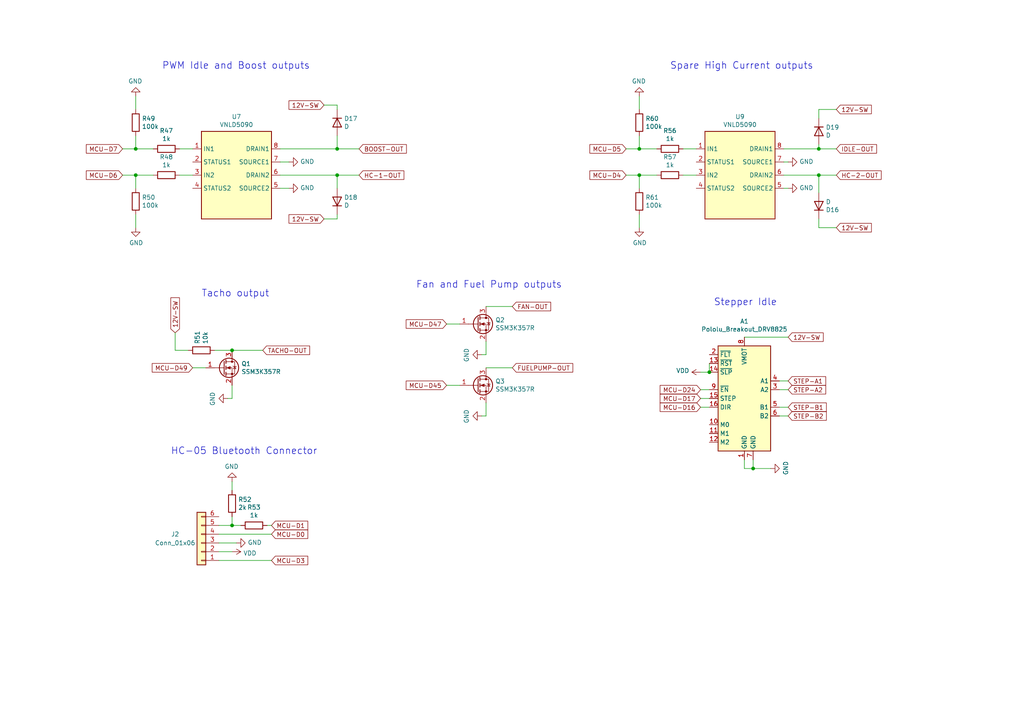
<source format=kicad_sch>
(kicad_sch (version 20210621) (generator eeschema)
  (paper "A4")
  (lib_symbols
    (symbol "Connector_Generic:Conn_01x06" (pin_names (offset 1.016) hide)
      (property "Reference" "J" (at 0 7.62 0))
      (property "Value" "Conn_01x06" (at 0 -10.16 0))
      (symbol "Conn_01x06_1_1"
        (rectangle (start -1.27 -7.493) (end 0 -7.747) (stroke (width 0.1524)))
        (rectangle (start -1.27 -4.953) (end 0 -5.207) (stroke (width 0.1524)))
        (rectangle (start -1.27 -2.413) (end 0 -2.667) (stroke (width 0.1524)))
        (rectangle (start -1.27 0.127) (end 0 -0.127) (stroke (width 0.1524)))
        (rectangle (start -1.27 2.667) (end 0 2.413) (stroke (width 0.1524)))
        (rectangle (start -1.27 5.207) (end 0 4.953) (stroke (width 0.1524)))
        (rectangle (start -1.27 6.35) (end 1.27 -8.89) (stroke (width 0.254)) (fill (type background)))
        (pin passive line (at -5.08 5.08 0) (length 3.81) (name "Pin_1") (number "1"))
        (pin passive line (at -5.08 2.54 0) (length 3.81) (name "Pin_2") (number "2"))
        (pin passive line (at -5.08 0 0) (length 3.81) (name "Pin_3") (number "3"))
        (pin passive line (at -5.08 -2.54 0) (length 3.81) (name "Pin_4") (number "4"))
        (pin passive line (at -5.08 -5.08 0) (length 3.81) (name "Pin_5") (number "5"))
        (pin passive line (at -5.08 -7.62 0) (length 3.81) (name "Pin_6") (number "6"))
      )
    )
    (symbol "Device:D" (pin_numbers hide) (pin_names (offset 1.016) hide)
      (property "Reference" "D" (at 0 2.54 0))
      (property "Value" "D" (at 0 -2.54 0))
      (symbol "D_0_1"
        (polyline (pts (xy -1.27 1.27) (xy -1.27 -1.27)) (stroke (width 0.254)))
        (polyline (pts (xy 1.27 0) (xy -1.27 0)))
        (polyline (pts (xy 1.27 1.27) (xy 1.27 -1.27) (xy -1.27 0) (xy 1.27 1.27)) (stroke (width 0.254)))
      )
      (symbol "D_1_1"
        (pin passive line (at -3.81 0 0) (length 2.54) (name "K") (number "1"))
        (pin passive line (at 3.81 0 180) (length 2.54) (name "A") (number "2"))
      )
    )
    (symbol "Device:R" (pin_numbers hide) (pin_names (offset 0))
      (property "Reference" "R" (at 2.032 0 90))
      (property "Value" "R" (at 0 0 90))
      (symbol "R_0_1"
        (rectangle (start -1.016 -2.54) (end 1.016 2.54) (stroke (width 0.254)))
      )
      (symbol "R_1_1"
        (pin passive line (at 0 3.81 270) (length 1.27) (name "~") (number "1"))
        (pin passive line (at 0 -3.81 90) (length 1.27) (name "~") (number "2"))
      )
    )
    (symbol "Driver_Motor:Pololu_Breakout_DRV8825"
      (property "Reference" "A" (at -2.54 16.51 0))
      (property "Value" "Pololu_Breakout_DRV8825" (at -2.54 13.97 0))
      (symbol "Pololu_Breakout_DRV8825_0_1"
        (rectangle (start 7.62 -17.78) (end -7.62 12.7) (stroke (width 0.254)) (fill (type background)))
      )
      (symbol "Pololu_Breakout_DRV8825_1_1"
        (pin power_in line (at 0 -20.32 90) (length 2.54) (name "GND") (number "1"))
        (pin input line (at -10.16 -10.16 0) (length 2.54) (name "M0") (number "10"))
        (pin input line (at -10.16 -12.7 0) (length 2.54) (name "M1") (number "11"))
        (pin input line (at -10.16 -15.24 0) (length 2.54) (name "M2") (number "12"))
        (pin input line (at -10.16 7.62 0) (length 2.54) (name "~{RST}") (number "13"))
        (pin input line (at -10.16 5.08 0) (length 2.54) (name "~{SLP}") (number "14"))
        (pin input line (at -10.16 -2.54 0) (length 2.54) (name "STEP") (number "15"))
        (pin input line (at -10.16 -5.08 0) (length 2.54) (name "DIR") (number "16"))
        (pin output line (at -10.16 10.16 0) (length 2.54) (name "~{FLT}") (number "2"))
        (pin output line (at 10.16 0 180) (length 2.54) (name "A2") (number "3"))
        (pin output line (at 10.16 2.54 180) (length 2.54) (name "A1") (number "4"))
        (pin output line (at 10.16 -5.08 180) (length 2.54) (name "B1") (number "5"))
        (pin output line (at 10.16 -7.62 180) (length 2.54) (name "B2") (number "6"))
        (pin power_in line (at 2.54 -20.32 90) (length 2.54) (name "GND") (number "7"))
        (pin power_in line (at 0 15.24 270) (length 2.54) (name "VMOT") (number "8"))
        (pin input line (at -10.16 0 0) (length 2.54) (name "~{EN}") (number "9"))
      )
    )
    (symbol "IC_Automotive:VNLD5090"
      (property "Reference" "U" (at -7.62 11.43 0))
      (property "Value" "IC_Automotive_VNLD5090" (at 12.7 11.43 0))
      (symbol "VNLD5090_0_1"
        (rectangle (start -7.62 -15.24) (end 12.7 10.16) (stroke (width 0.254)) (fill (type background)))
      )
      (symbol "VNLD5090_1_1"
        (pin input line (at -10.16 5.08 0) (length 2.54) (name "IN1") (number "1"))
        (pin output line (at -10.16 1.27 0) (length 2.54) (name "STATUS1") (number "2"))
        (pin input line (at -10.16 -2.54 0) (length 2.54) (name "IN2") (number "3"))
        (pin output line (at -10.16 -6.35 0) (length 2.54) (name "STATUS2") (number "4"))
        (pin input line (at 15.24 -6.35 180) (length 2.54) (name "SOURCE2") (number "5"))
        (pin output line (at 15.24 -2.54 180) (length 2.54) (name "DRAIN2") (number "6"))
        (pin input line (at 15.24 1.27 180) (length 2.54) (name "SOURCE1") (number "7"))
        (pin output line (at 15.24 5.08 180) (length 2.54) (name "DRAIN1") (number "8"))
      )
    )
    (symbol "Transistor_FET:2N7002" (pin_names hide)
      (property "Reference" "Q" (at 5.08 1.905 0))
      (property "Value" "2N7002" (at 5.08 0 0))
      (symbol "2N7002_0_1"
        (polyline (pts (xy 0.254 0) (xy -2.54 0)))
        (polyline (pts (xy 0.254 1.905) (xy 0.254 -1.905)) (stroke (width 0.254)))
        (polyline (pts (xy 0.762 -1.27) (xy 0.762 -2.286)) (stroke (width 0.254)))
        (polyline (pts (xy 0.762 0.508) (xy 0.762 -0.508)) (stroke (width 0.254)))
        (polyline (pts (xy 0.762 2.286) (xy 0.762 1.27)) (stroke (width 0.254)))
        (polyline (pts (xy 2.54 2.54) (xy 2.54 1.778)))
        (polyline (pts (xy 2.54 -2.54) (xy 2.54 0) (xy 0.762 0)))
        (polyline (pts (xy 0.762 -1.778) (xy 3.302 -1.778) (xy 3.302 1.778) (xy 0.762 1.778)))
        (polyline (pts (xy 1.016 0) (xy 2.032 0.381) (xy 2.032 -0.381) (xy 1.016 0)) (fill (type outline)))
        (polyline (pts (xy 2.794 0.508) (xy 2.921 0.381) (xy 3.683 0.381) (xy 3.81 0.254)))
        (polyline (pts (xy 3.302 0.381) (xy 2.921 -0.254) (xy 3.683 -0.254) (xy 3.302 0.381)))
        (circle (center 1.651 0) (radius 2.794) (stroke (width 0.254)))
        (circle (center 2.54 -1.778) (radius 0.254) (fill (type outline)))
        (circle (center 2.54 1.778) (radius 0.254) (fill (type outline)))
      )
      (symbol "2N7002_1_1"
        (pin input line (at -5.08 0 0) (length 2.54) (name "G") (number "1"))
        (pin passive line (at 2.54 -5.08 90) (length 2.54) (name "S") (number "2"))
        (pin passive line (at 2.54 5.08 270) (length 2.54) (name "D") (number "3"))
      )
    )
    (symbol "power:GND" (power) (pin_names (offset 0))
      (property "Value" "GND" (at 0 -3.81 0))
      (symbol "GND_0_1"
        (polyline (pts (xy 0 0) (xy 0 -1.27) (xy 1.27 -1.27) (xy 0 -2.54) (xy -1.27 -1.27) (xy 0 -1.27)))
      )
      (symbol "GND_1_1"
        (pin power_in line (at 0 0 270) (length 0) hide (name "GND") (number "1"))
      )
    )
    (symbol "power:VDD" (power) (pin_names (offset 0))
      (property "Value" "VDD" (at 0 3.81 0))
      (symbol "VDD_0_1"
        (polyline (pts (xy -0.762 1.27) (xy 0 2.54)))
        (polyline (pts (xy 0 0) (xy 0 2.54)))
        (polyline (pts (xy 0 2.54) (xy 0.762 1.27)))
      )
      (symbol "VDD_1_1"
        (pin power_in line (at 0 0 90) (length 0) hide (name "VDD") (number "1"))
      )
    )
  )
  (junction (at 97.79 50.8))
  (junction (at 39.37 50.8))
  (junction (at 39.37 43.18))
  (junction (at 218.44 135.89))
  (junction (at 97.79 43.18))
  (junction (at 205.74 107.95))
  (junction (at 185.42 50.8))
  (junction (at 185.42 43.18))
  (junction (at 67.31 101.6))
  (junction (at 237.49 50.8))
  (junction (at 67.31 152.4))
  (junction (at 237.49 43.18))
  (wire (pts (xy 198.12 50.8) (xy 201.93 50.8)))
  (wire (pts (xy 52.07 43.18) (xy 55.88 43.18)))
  (wire (pts (xy 93.98 30.48) (xy 97.79 30.48)))
  (wire (pts (xy 39.37 31.75) (xy 39.37 27.94)))
  (wire (pts (xy 185.42 62.23) (xy 185.42 66.04)))
  (wire (pts (xy 50.8 101.6) (xy 54.61 101.6)))
  (wire (pts (xy 205.74 115.57) (xy 203.2 115.57)))
  (wire (pts (xy 185.42 31.75) (xy 185.42 27.94)))
  (wire (pts (xy 203.2 113.03) (xy 205.74 113.03)))
  (wire (pts (xy 185.42 39.37) (xy 185.42 43.18)))
  (wire (pts (xy 181.61 43.18) (xy 185.42 43.18)))
  (wire (pts (xy 140.97 106.68) (xy 148.59 106.68)))
  (wire (pts (xy 97.79 62.23) (xy 97.79 63.5)))
  (wire (pts (xy 215.9 97.79) (xy 228.6 97.79)))
  (wire (pts (xy 237.49 31.75) (xy 237.49 34.29)))
  (wire (pts (xy 50.8 96.52) (xy 50.8 101.6)))
  (wire (pts (xy 67.31 160.02) (xy 63.5 160.02)))
  (wire (pts (xy 190.5 43.18) (xy 185.42 43.18)))
  (wire (pts (xy 227.33 50.8) (xy 237.49 50.8)))
  (wire (pts (xy 237.49 66.04) (xy 242.57 66.04)))
  (wire (pts (xy 67.31 101.6) (xy 76.2 101.6)))
  (wire (pts (xy 97.79 50.8) (xy 104.14 50.8)))
  (wire (pts (xy 237.49 50.8) (xy 237.49 55.88)))
  (wire (pts (xy 39.37 62.23) (xy 39.37 66.04)))
  (wire (pts (xy 129.54 93.98) (xy 133.35 93.98)))
  (wire (pts (xy 237.49 43.18) (xy 242.57 43.18)))
  (wire (pts (xy 140.97 120.65) (xy 139.7 120.65)))
  (wire (pts (xy 140.97 99.06) (xy 140.97 102.87)))
  (wire (pts (xy 181.61 50.8) (xy 185.42 50.8)))
  (wire (pts (xy 228.6 120.65) (xy 226.06 120.65)))
  (wire (pts (xy 81.28 50.8) (xy 97.79 50.8)))
  (wire (pts (xy 140.97 116.84) (xy 140.97 120.65)))
  (wire (pts (xy 227.33 46.99) (xy 228.6 46.99)))
  (wire (pts (xy 129.54 111.76) (xy 133.35 111.76)))
  (wire (pts (xy 205.74 107.95) (xy 205.74 105.41)))
  (wire (pts (xy 44.45 43.18) (xy 39.37 43.18)))
  (wire (pts (xy 67.31 139.7) (xy 67.31 142.24)))
  (wire (pts (xy 78.74 154.94) (xy 63.5 154.94)))
  (wire (pts (xy 68.58 157.48) (xy 63.5 157.48)))
  (wire (pts (xy 227.33 43.18) (xy 237.49 43.18)))
  (wire (pts (xy 228.6 54.61) (xy 227.33 54.61)))
  (wire (pts (xy 237.49 41.91) (xy 237.49 43.18)))
  (wire (pts (xy 39.37 50.8) (xy 44.45 50.8)))
  (wire (pts (xy 67.31 152.4) (xy 69.85 152.4)))
  (wire (pts (xy 67.31 115.57) (xy 66.04 115.57)))
  (wire (pts (xy 67.31 149.86) (xy 67.31 152.4)))
  (wire (pts (xy 62.23 101.6) (xy 67.31 101.6)))
  (wire (pts (xy 223.52 135.89) (xy 218.44 135.89)))
  (wire (pts (xy 218.44 135.89) (xy 215.9 135.89)))
  (wire (pts (xy 237.49 31.75) (xy 242.57 31.75)))
  (wire (pts (xy 52.07 50.8) (xy 55.88 50.8)))
  (wire (pts (xy 140.97 88.9) (xy 148.59 88.9)))
  (wire (pts (xy 198.12 43.18) (xy 201.93 43.18)))
  (wire (pts (xy 97.79 30.48) (xy 97.79 31.75)))
  (wire (pts (xy 67.31 111.76) (xy 67.31 115.57)))
  (wire (pts (xy 203.2 107.95) (xy 205.74 107.95)))
  (wire (pts (xy 35.56 43.18) (xy 39.37 43.18)))
  (wire (pts (xy 39.37 39.37) (xy 39.37 43.18)))
  (wire (pts (xy 203.2 118.11) (xy 205.74 118.11)))
  (wire (pts (xy 185.42 54.61) (xy 185.42 50.8)))
  (wire (pts (xy 228.6 113.03) (xy 226.06 113.03)))
  (wire (pts (xy 55.88 106.68) (xy 59.69 106.68)))
  (wire (pts (xy 97.79 50.8) (xy 97.79 54.61)))
  (wire (pts (xy 226.06 110.49) (xy 228.6 110.49)))
  (wire (pts (xy 140.97 102.87) (xy 139.7 102.87)))
  (wire (pts (xy 81.28 46.99) (xy 83.82 46.99)))
  (wire (pts (xy 104.14 43.18) (xy 97.79 43.18)))
  (wire (pts (xy 215.9 135.89) (xy 215.9 133.35)))
  (wire (pts (xy 97.79 39.37) (xy 97.79 43.18)))
  (wire (pts (xy 63.5 152.4) (xy 67.31 152.4)))
  (wire (pts (xy 237.49 66.04) (xy 237.49 63.5)))
  (wire (pts (xy 185.42 50.8) (xy 190.5 50.8)))
  (wire (pts (xy 77.47 152.4) (xy 78.74 152.4)))
  (wire (pts (xy 83.82 54.61) (xy 81.28 54.61)))
  (wire (pts (xy 226.06 118.11) (xy 228.6 118.11)))
  (wire (pts (xy 97.79 63.5) (xy 93.98 63.5)))
  (wire (pts (xy 63.5 162.56) (xy 78.74 162.56)))
  (wire (pts (xy 218.44 133.35) (xy 218.44 135.89)))
  (wire (pts (xy 35.56 50.8) (xy 39.37 50.8)))
  (wire (pts (xy 237.49 50.8) (xy 242.57 50.8)))
  (wire (pts (xy 39.37 54.61) (xy 39.37 50.8)))
  (wire (pts (xy 97.79 43.18) (xy 81.28 43.18)))
  (text "Stepper Idle" (at 207.01 88.9 0) (effects (font (size 1.9812 1.9812)) (justify left bottom)))
  (text "Fan and Fuel Pump outputs" (at 120.65 83.82 0) (effects (font (size 1.9812 1.9812)) (justify left bottom)))
  (text "HC-05 Bluetooth Connector" (at 49.53 132.08 0) (effects (font (size 1.9812 1.9812)) (justify left bottom)))
  (text "PWM Idle and Boost outputs" (at 46.99 20.32 0) (effects (font (size 1.9812 1.9812)) (justify left bottom)))
  (text "Spare High Current outputs" (at 194.31 20.32 0) (effects (font (size 1.9812 1.9812)) (justify left bottom)))
  (text "Tacho output" (at 58.42 86.36 0) (effects (font (size 1.9812 1.9812)) (justify left bottom)))
  (global_label "MCU-D0" (shape input) (at 78.74 154.94 0) (property "Intersheet References" "${INTERSHEET_REFS}" (effects hide)))
  (global_label "TACHO-OUT" (shape input) (at 76.2 101.6 0) (property "Intersheet References" "${INTERSHEET_REFS}" (effects hide)))
  (global_label "MCU-D47" (shape input) (at 129.54 93.98 180) (property "Intersheet References" "${INTERSHEET_REFS}" (effects hide)))
  (global_label "IDLE-OUT" (shape input) (at 242.57 43.18 0) (property "Intersheet References" "${INTERSHEET_REFS}" (effects hide)))
  (global_label "MCU-D4" (shape input) (at 181.61 50.8 180) (property "Intersheet References" "${INTERSHEET_REFS}" (effects hide)))
  (global_label "HC-2-OUT" (shape input) (at 242.57 50.8 0) (property "Intersheet References" "${INTERSHEET_REFS}" (effects hide)))
  (global_label "FUELPUMP-OUT" (shape input) (at 148.59 106.68 0) (property "Intersheet References" "${INTERSHEET_REFS}" (effects hide)))
  (global_label "12V-SW" (shape input) (at 242.57 31.75 0) (property "Intersheet References" "${INTERSHEET_REFS}" (effects hide)))
  (global_label "MCU-D17" (shape input) (at 203.2 115.57 180) (property "Intersheet References" "${INTERSHEET_REFS}" (effects hide)))
  (global_label "MCU-D45" (shape input) (at 129.54 111.76 180) (property "Intersheet References" "${INTERSHEET_REFS}" (effects hide)))
  (global_label "FAN-OUT" (shape input) (at 148.59 88.9 0) (property "Intersheet References" "${INTERSHEET_REFS}" (effects hide)))
  (global_label "MCU-D49" (shape input) (at 55.88 106.68 180) (property "Intersheet References" "${INTERSHEET_REFS}" (effects hide)))
  (global_label "STEP-A1" (shape input) (at 228.6 110.49 0) (property "Intersheet References" "${INTERSHEET_REFS}" (effects hide)))
  (global_label "STEP-A2" (shape input) (at 228.6 113.03 0) (property "Intersheet References" "${INTERSHEET_REFS}" (effects hide)))
  (global_label "BOOST-OUT" (shape input) (at 104.14 43.18 0) (property "Intersheet References" "${INTERSHEET_REFS}" (effects hide)))
  (global_label "12V-SW" (shape input) (at 93.98 30.48 180) (property "Intersheet References" "${INTERSHEET_REFS}" (effects hide)))
  (global_label "MCU-D7" (shape input) (at 35.56 43.18 180) (property "Intersheet References" "${INTERSHEET_REFS}" (effects hide)))
  (global_label "12V-SW" (shape input) (at 50.8 96.52 90) (property "Intersheet References" "${INTERSHEET_REFS}" (effects hide)))
  (global_label "STEP-B2" (shape input) (at 228.6 120.65 0) (property "Intersheet References" "${INTERSHEET_REFS}" (effects hide)))
  (global_label "MCU-D1" (shape input) (at 78.74 152.4 0) (property "Intersheet References" "${INTERSHEET_REFS}" (effects hide)))
  (global_label "MCU-D16" (shape input) (at 203.2 118.11 180) (property "Intersheet References" "${INTERSHEET_REFS}" (effects hide)))
  (global_label "MCU-D5" (shape input) (at 181.61 43.18 180) (property "Intersheet References" "${INTERSHEET_REFS}" (effects hide)))
  (global_label "12V-SW" (shape input) (at 93.98 63.5 180) (property "Intersheet References" "${INTERSHEET_REFS}" (effects hide)))
  (global_label "12V-SW" (shape input) (at 228.6 97.79 0) (property "Intersheet References" "${INTERSHEET_REFS}" (effects hide)))
  (global_label "MCU-D3" (shape input) (at 78.74 162.56 0) (property "Intersheet References" "${INTERSHEET_REFS}" (effects hide)))
  (global_label "STEP-B1" (shape input) (at 228.6 118.11 0) (property "Intersheet References" "${INTERSHEET_REFS}" (effects hide)))
  (global_label "12V-SW" (shape input) (at 242.57 66.04 0) (property "Intersheet References" "${INTERSHEET_REFS}" (effects hide)))
  (global_label "MCU-D24" (shape input) (at 203.2 113.03 180) (property "Intersheet References" "${INTERSHEET_REFS}" (effects hide)))
  (global_label "MCU-D6" (shape input) (at 35.56 50.8 180) (property "Intersheet References" "${INTERSHEET_REFS}" (effects hide)))
  (global_label "HC-1-OUT" (shape input) (at 104.14 50.8 0) (property "Intersheet References" "${INTERSHEET_REFS}" (effects hide)))
  (symbol (lib_id "Device:D") (at 237.49 38.1 270) (unit 1)
    (property "Reference" "D19" (at 239.4966 36.9316 90) (effects (justify left)))
    (property "Value" "D" (at 239.4966 39.243 90) (effects (justify left)))
    (property "Footprint" "Diode_SMD:D_SOD-323" (effects hide))
    (property "Digikey Part Number" "1N4448WXTPMSCT-ND" (effects hide))
    (property "Manufacturer_Name" "MCC" (effects hide))
    (property "Manufacturer_Part_Number" "1N4448WX-TP" (effects hide))
    (property "URL" "https://www.digikey.com/product-detail/en/micro-commercial-co/1N4448WX-TP/1N4448WXTPMSCT-ND/789338" (effects hide))
  )
  (symbol (lib_id "IC_Automotive:VNLD5090") (at 66.04 48.26 0) (unit 1)
    (property "Reference" "U7" (at 68.58 33.8582 0))
    (property "Value" "VNLD5090" (at 68.58 36.1696 0))
    (property "Footprint" "Package_SO:SOIC-8_3.9x4.9mm_P1.27mm" (effects hide))
    (property "Datasheet" "https://www.st.com/resource/en/datasheet/vnld5090-e.pdf" (effects hide))
    (property "Manufacturer_Name" "STMicro" (effects hide))
    (property "Manufacturer_Part_Number" "VNLD5090-E" (effects hide))
    (property "URL" "https://www.digikey.com.au/products/en?keywords=VNLD5090-E" (effects hide))
    (property "Digikey Part Number" "497-18682-ND" (effects hide))
  )
  (symbol (lib_id "Device:R") (at 48.26 43.18 270) (unit 1)
    (property "Reference" "R47" (at 48.26 37.9222 90))
    (property "Value" "1k" (at 48.26 40.2336 90))
    (property "Footprint" "Resistor_SMD:R_0805_2012Metric" (effects hide))
    (property "Digikey Part Number" "311-1.00KCRCT-ND" (effects hide))
    (property "Manufacturer_Name" "Yageo" (effects hide))
    (property "Manufacturer_Part_Number" "RC0805FR-071KL" (effects hide))
    (property "URL" "https://www.digikey.com/product-detail/en/yageo/RC0805FR-071KL/311-1.00KCRCT-ND/730391" (effects hide))
  )
  (symbol (lib_id "Device:R") (at 48.26 50.8 270) (unit 1)
    (property "Reference" "R48" (at 48.26 45.5422 90))
    (property "Value" "1k" (at 48.26 47.8536 90))
    (property "Footprint" "Resistor_SMD:R_0805_2012Metric" (effects hide))
    (property "Digikey Part Number" "311-1.00KCRCT-ND" (effects hide))
    (property "Manufacturer_Name" "Yageo" (effects hide))
    (property "Manufacturer_Part_Number" "RC0805FR-071KL" (effects hide))
    (property "URL" "https://www.digikey.com/product-detail/en/yageo/RC0805FR-071KL/311-1.00KCRCT-ND/730391" (effects hide))
  )
  (symbol (lib_id "Device:R") (at 39.37 58.42 180) (unit 1)
    (property "Reference" "R50" (at 41.148 57.2516 0) (effects (justify right)))
    (property "Value" "100k" (at 41.148 59.563 0) (effects (justify right)))
    (property "Footprint" "Resistor_SMD:R_0805_2012Metric" (effects hide))
    (property "Digikey Part Number" "311-100KCRCT-ND" (effects hide))
    (property "Manufacturer_Name" "Yageo" (effects hide))
    (property "Manufacturer_Part_Number" "RC0805FR-07100KL" (effects hide))
    (property "URL" "https://www.digikey.com/product-detail/en/yageo/RC0805FR-07100KL/311-100KCRCT-ND/730491" (effects hide))
  )
  (symbol (lib_id "Device:R") (at 39.37 35.56 180) (unit 1)
    (property "Reference" "R49" (at 41.148 34.3916 0) (effects (justify right)))
    (property "Value" "100k" (at 41.148 36.703 0) (effects (justify right)))
    (property "Footprint" "Resistor_SMD:R_0805_2012Metric" (effects hide))
    (property "Digikey Part Number" "311-100KCRCT-ND" (effects hide))
    (property "Manufacturer_Name" "Yageo" (effects hide))
    (property "Manufacturer_Part_Number" "RC0805FR-07100KL" (effects hide))
    (property "URL" "https://www.digikey.com/product-detail/en/yageo/RC0805FR-07100KL/311-100KCRCT-ND/730491" (effects hide))
  )
  (symbol (lib_id "power:GND") (at 39.37 27.94 180) (unit 1)
    (property "Reference" "#PWR056" (effects hide))
    (property "Value" "GND" (at 39.243 23.5458 0))
  )
  (symbol (lib_id "power:GND") (at 39.37 66.04 0) (unit 1)
    (property "Reference" "#PWR057" (effects hide))
    (property "Value" "GND" (at 39.497 70.4342 0))
  )
  (symbol (lib_id "power:GND") (at 83.82 46.99 90) (unit 1)
    (property "Reference" "#PWR058" (effects hide))
    (property "Value" "GND" (at 87.0712 46.863 90) (effects (justify right)))
  )
  (symbol (lib_id "power:GND") (at 83.82 54.61 90) (unit 1)
    (property "Reference" "#PWR059" (effects hide))
    (property "Value" "GND" (at 87.0712 54.483 90) (effects (justify right)))
  )
  (symbol (lib_id "IC_Automotive:VNLD5090") (at 212.09 48.26 0) (unit 1)
    (property "Reference" "U9" (at 214.63 33.8582 0))
    (property "Value" "VNLD5090" (at 214.63 36.1696 0))
    (property "Footprint" "Package_SO:SOIC-8_3.9x4.9mm_P1.27mm" (effects hide))
    (property "Datasheet" "https://www.st.com/resource/en/datasheet/vnld5090-e.pdf" (effects hide))
    (property "Manufacturer_Name" "STMicro" (effects hide))
    (property "Manufacturer_Part_Number" "VNLD5090-E" (effects hide))
    (property "URL" "https://www.digikey.com.au/products/en?keywords=VNLD5090-E" (effects hide))
    (property "Digikey Part Number" "497-18682-ND" (effects hide))
  )
  (symbol (lib_id "Device:R") (at 194.31 43.18 270) (unit 1)
    (property "Reference" "R56" (at 194.31 37.9222 90))
    (property "Value" "1k" (at 194.31 40.2336 90))
    (property "Footprint" "Resistor_SMD:R_0805_2012Metric" (effects hide))
    (property "Digikey Part Number" "311-1.00KCRCT-ND" (effects hide))
    (property "Manufacturer_Name" "Yageo" (effects hide))
    (property "Manufacturer_Part_Number" "RC0805FR-071KL" (effects hide))
    (property "URL" "https://www.digikey.com/product-detail/en/yageo/RC0805FR-071KL/311-1.00KCRCT-ND/730391" (effects hide))
  )
  (symbol (lib_id "Device:R") (at 194.31 50.8 270) (unit 1)
    (property "Reference" "R57" (at 194.31 45.5422 90))
    (property "Value" "1k" (at 194.31 47.8536 90))
    (property "Footprint" "Resistor_SMD:R_0805_2012Metric" (effects hide))
    (property "Digikey Part Number" "311-1.00KCRCT-ND" (effects hide))
    (property "Manufacturer_Name" "Yageo" (effects hide))
    (property "Manufacturer_Part_Number" "RC0805FR-071KL" (effects hide))
    (property "URL" "https://www.digikey.com/product-detail/en/yageo/RC0805FR-071KL/311-1.00KCRCT-ND/730391" (effects hide))
  )
  (symbol (lib_id "Device:R") (at 185.42 58.42 180) (unit 1)
    (property "Reference" "R61" (at 187.198 57.2516 0) (effects (justify right)))
    (property "Value" "100k" (at 187.198 59.563 0) (effects (justify right)))
    (property "Footprint" "Resistor_SMD:R_0805_2012Metric" (effects hide))
    (property "Digikey Part Number" "311-100KCRCT-ND" (effects hide))
    (property "Manufacturer_Name" "Yageo" (effects hide))
    (property "Manufacturer_Part_Number" "RC0805FR-07100KL" (effects hide))
    (property "URL" "https://www.digikey.com/product-detail/en/yageo/RC0805FR-07100KL/311-100KCRCT-ND/730491" (effects hide))
  )
  (symbol (lib_id "Device:R") (at 185.42 35.56 180) (unit 1)
    (property "Reference" "R60" (at 187.198 34.3916 0) (effects (justify right)))
    (property "Value" "100k" (at 187.198 36.703 0) (effects (justify right)))
    (property "Footprint" "Resistor_SMD:R_0805_2012Metric" (effects hide))
    (property "Digikey Part Number" "311-100KCRCT-ND" (effects hide))
    (property "Manufacturer_Name" "Yageo" (effects hide))
    (property "Manufacturer_Part_Number" "RC0805FR-07100KL" (effects hide))
    (property "URL" "https://www.digikey.com/product-detail/en/yageo/RC0805FR-07100KL/311-100KCRCT-ND/730491" (effects hide))
  )
  (symbol (lib_id "power:GND") (at 185.42 27.94 180) (unit 1)
    (property "Reference" "#PWR065" (effects hide))
    (property "Value" "GND" (at 185.293 23.5458 0))
  )
  (symbol (lib_id "power:GND") (at 185.42 66.04 0) (unit 1)
    (property "Reference" "#PWR066" (effects hide))
    (property "Value" "GND" (at 185.547 70.4342 0))
  )
  (symbol (lib_id "power:GND") (at 228.6 46.99 90) (unit 1)
    (property "Reference" "#PWR069" (effects hide))
    (property "Value" "GND" (at 231.8512 46.863 90) (effects (justify right)))
  )
  (symbol (lib_id "power:GND") (at 228.6 54.61 90) (unit 1)
    (property "Reference" "#PWR070" (effects hide))
    (property "Value" "GND" (at 231.8512 54.483 90) (effects (justify right)))
  )
  (symbol (lib_id "Device:D") (at 97.79 58.42 90) (unit 1)
    (property "Reference" "D18" (at 99.7966 57.2516 90) (effects (justify right)))
    (property "Value" "D" (at 99.7966 59.563 90) (effects (justify right)))
    (property "Footprint" "Diode_SMD:D_SOD-323" (effects hide))
    (property "Digikey Part Number" "1N4448WXTPMSCT-ND" (effects hide))
    (property "Manufacturer_Name" "MCC" (effects hide))
    (property "Manufacturer_Part_Number" "1N4448WX-TP" (effects hide))
    (property "URL" "https://www.digikey.com/product-detail/en/micro-commercial-co/1N4448WX-TP/1N4448WXTPMSCT-ND/789338" (effects hide))
  )
  (symbol (lib_id "Device:D") (at 97.79 35.56 270) (unit 1)
    (property "Reference" "D17" (at 99.7966 34.3916 90) (effects (justify left)))
    (property "Value" "D" (at 99.7966 36.703 90) (effects (justify left)))
    (property "Footprint" "Diode_SMD:D_SOD-323" (effects hide))
    (property "Digikey Part Number" "1N4448WXTPMSCT-ND" (effects hide))
    (property "Manufacturer_Name" "MCC" (effects hide))
    (property "Manufacturer_Part_Number" "1N4448WX-TP" (effects hide))
    (property "URL" "https://www.digikey.com/product-detail/en/micro-commercial-co/1N4448WX-TP/1N4448WXTPMSCT-ND/789338" (effects hide))
  )
  (symbol (lib_id "Device:R") (at 58.42 101.6 270) (unit 1)
    (property "Reference" "R51" (at 57.2516 99.822 0) (effects (justify right)))
    (property "Value" "10k" (at 59.563 99.822 0) (effects (justify right)))
    (property "Footprint" "Resistor_SMD:R_0805_2012Metric" (effects hide))
    (property "Digikey Part Number" "311-10KARCT-ND" (effects hide))
    (property "Manufacturer_Name" "Yageo" (effects hide))
    (property "Manufacturer_Part_Number" "RC0805JR-0710KL" (effects hide))
    (property "URL" "https://www.digikey.com/product-detail/en/yageo/RC0805JR-0710KL/311-10KARCT-ND/731188" (effects hide))
  )
  (symbol (lib_id "Connector_Generic:Conn_01x06") (at 58.42 157.48 180) (unit 1)
    (property "Reference" "J2" (at 50.8 154.94 0))
    (property "Value" "Conn_01x06" (at 50.8 157.48 0))
    (property "Footprint" "Connector_PinHeader_2.54mm:PinHeader_1x06_P2.54mm_Vertical" (effects hide))
  )
  (symbol (lib_id "power:VDD") (at 67.31 160.02 270) (unit 1)
    (property "Reference" "#PWR061" (effects hide))
    (property "Value" "VDD" (at 70.5612 160.4518 90) (effects (justify left)))
  )
  (symbol (lib_id "power:GND") (at 68.58 157.48 90) (unit 1)
    (property "Reference" "#PWR062" (effects hide))
    (property "Value" "GND" (at 71.8312 157.353 90) (effects (justify right)))
  )
  (symbol (lib_id "Device:R") (at 73.66 152.4 270) (unit 1)
    (property "Reference" "R53" (at 73.66 147.1422 90))
    (property "Value" "1k" (at 73.66 149.4536 90))
    (property "Footprint" "Resistor_SMD:R_0805_2012Metric" (effects hide))
    (property "Digikey Part Number" "311-1.00KCRCT-ND" (effects hide))
    (property "Manufacturer_Name" "Yageo" (effects hide))
    (property "Manufacturer_Part_Number" "RC0805FR-071KL" (effects hide))
    (property "URL" "https://www.digikey.com/product-detail/en/yageo/RC0805FR-071KL/311-1.00KCRCT-ND/730391" (effects hide))
  )
  (symbol (lib_id "Device:R") (at 67.31 146.05 180) (unit 1)
    (property "Reference" "R52" (at 69.088 144.8816 0) (effects (justify right)))
    (property "Value" "2k" (at 69.088 147.193 0) (effects (justify right)))
    (property "Footprint" "Resistor_SMD:R_0805_2012Metric" (effects hide))
    (property "Digikey Part Number" "311-2.00KCRCT-ND" (effects hide))
    (property "Manufacturer_Name" "Yageo" (effects hide))
    (property "Manufacturer_Part_Number" "RC0805FR-072KL" (effects hide))
    (property "URL" "https://www.digikey.com/product-detail/en/yageo/RC0805FR-072KL/311-2.00KCRCT-ND/730611" (effects hide))
  )
  (symbol (lib_id "power:GND") (at 67.31 139.7 180) (unit 1)
    (property "Reference" "#PWR060" (effects hide))
    (property "Value" "GND" (at 67.183 135.3058 0))
  )
  (symbol (lib_id "Driver_Motor:Pololu_Breakout_DRV8825") (at 215.9 113.03 0) (unit 1)
    (property "Reference" "A1" (at 215.9 93.1926 0))
    (property "Value" "Pololu_Breakout_DRV8825" (at 215.9 95.504 0))
    (property "Footprint" "Module:Pololu_Breakout-16_15.2x20.3mm" (effects hide))
    (property "Datasheet" "https://www.pololu.com/product/2982" (effects hide))
  )
  (symbol (lib_id "power:GND") (at 223.52 135.89 90) (unit 1)
    (property "Reference" "#PWR0110" (effects hide))
    (property "Value" "GND" (at 227.9142 135.763 0))
  )
  (symbol (lib_id "power:VDD") (at 203.2 107.95 90) (unit 1)
    (property "Reference" "#PWR0111" (effects hide))
    (property "Value" "VDD" (at 199.9488 107.5182 90) (effects (justify left)))
  )
  (symbol (lib_id "Transistor_FET:2N7002") (at 64.77 106.68 0) (unit 1)
    (property "Reference" "Q1" (at 70.0024 105.5116 0) (effects (justify left)))
    (property "Value" "SSM3K357R" (at 70.0024 107.823 0) (effects (justify left)))
    (property "Footprint" "Package_TO_SOT_SMD:SOT-23" (effects hide))
    (property "Datasheet" "https://www.mouser.com/datasheet/2/408/SSM3K357R_datasheet_en_20180124-1316146.pdf" (effects hide))
    (property "Digikey Part Number" "SSM3K357RLFCT-ND " (effects hide))
    (property "Manufacturer_Name" "Toshiba" (effects hide))
    (property "Manufacturer_Part_Number" "SSM3K357R" (effects hide))
    (property "URL" "https://www.digikey.com.au/product-detail/en/toshiba-semiconductor-and-storage/SSM3K357RLF/SSM3K357RLFCT-ND/8611183" (effects hide))
  )
  (symbol (lib_id "Device:D") (at 237.49 59.69 270) (mirror x) (unit 1)
    (property "Reference" "D16" (at 239.4966 60.8584 90) (effects (justify left)))
    (property "Value" "D" (at 239.4966 58.547 90) (effects (justify left)))
    (property "Footprint" "Diode_SMD:D_SOD-323" (effects hide))
    (property "Digikey Part Number" "1N4448WXTPMSCT-ND" (effects hide))
    (property "Manufacturer_Name" "MCC" (effects hide))
    (property "Manufacturer_Part_Number" "1N4448WX-TP" (effects hide))
    (property "URL" "https://www.digikey.com/product-detail/en/micro-commercial-co/1N4448WX-TP/1N4448WXTPMSCT-ND/789338" (effects hide))
  )
  (symbol (lib_id "Transistor_FET:2N7002") (at 138.43 111.76 0) (unit 1)
    (property "Reference" "Q3" (at 143.6624 110.5916 0) (effects (justify left)))
    (property "Value" "SSM3K357R" (at 143.6624 112.903 0) (effects (justify left)))
    (property "Footprint" "Package_TO_SOT_SMD:SOT-23" (effects hide))
    (property "Datasheet" "https://www.mouser.com/datasheet/2/408/SSM3K357R_datasheet_en_20180124-1316146.pdf" (effects hide))
    (property "Digikey Part Number" "SSM3K357RLFCT-ND " (effects hide))
    (property "Manufacturer_Name" "Toshiba" (effects hide))
    (property "Manufacturer_Part_Number" "SSM3K357R" (effects hide))
    (property "URL" "https://www.digikey.com.au/product-detail/en/toshiba-semiconductor-and-storage/SSM3K357RLF/SSM3K357RLFCT-ND/8611183" (effects hide))
  )
  (symbol (lib_id "Transistor_FET:2N7002") (at 138.43 93.98 0) (unit 1)
    (property "Reference" "Q2" (at 143.6624 92.8116 0) (effects (justify left)))
    (property "Value" "SSM3K357R" (at 143.6624 95.123 0) (effects (justify left)))
    (property "Footprint" "Package_TO_SOT_SMD:SOT-23" (effects hide))
    (property "Datasheet" "https://www.mouser.com/datasheet/2/408/SSM3K357R_datasheet_en_20180124-1316146.pdf" (effects hide))
    (property "Digikey Part Number" "SSM3K357RLFCT-ND " (effects hide))
    (property "Manufacturer_Name" "Toshiba" (effects hide))
    (property "Manufacturer_Part_Number" "SSM3K357R" (effects hide))
    (property "URL" "https://www.digikey.com.au/product-detail/en/toshiba-semiconductor-and-storage/SSM3K357RLF/SSM3K357RLFCT-ND/8611183" (effects hide))
  )
  (symbol (lib_id "power:GND") (at 139.7 120.65 270) (unit 1)
    (property "Reference" "#PWR0112" (effects hide))
    (property "Value" "GND" (at 135.3058 120.777 0))
  )
  (symbol (lib_id "power:GND") (at 139.7 102.87 270) (unit 1)
    (property "Reference" "#PWR0113" (effects hide))
    (property "Value" "GND" (at 135.3058 102.997 0))
  )
  (symbol (lib_id "power:GND") (at 66.04 115.57 270) (unit 1)
    (property "Reference" "#PWR0114" (effects hide))
    (property "Value" "GND" (at 61.6458 115.697 0))
  )
)
</source>
